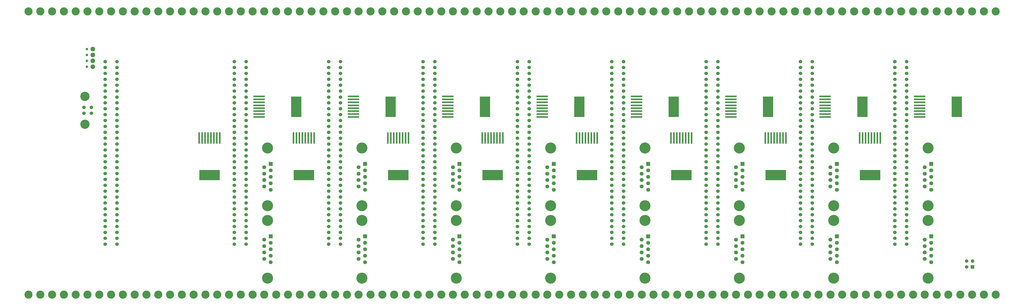
<source format=gbr>
%FSTAX23Y23*%
%MOIN*%
%SFA1B1*%

%IPPOS*%
%ADD12C,0.060000*%
%ADD13C,0.157480*%
%ADD14C,0.137795*%
%ADD15C,0.187401*%
%ADD16R,0.066535X0.066535*%
%ADD17C,0.066535*%
%ADD18C,0.043307*%
%ADD19C,0.078740*%
%ADD20R,0.059055X0.059055*%
%ADD21C,0.059055*%
%ADD24R,0.346456X0.177165*%
%ADD25R,0.029921X0.196850*%
%ADD26R,0.177165X0.346456*%
%ADD27R,0.196850X0.029921*%
%LNbackplane_pads_bot-1*%
%LPD*%
G54D12*
X0287Y0531D03*
Y05409D03*
X02996D03*
Y0531D03*
X1682Y06185D03*
Y06085D03*
Y05985D03*
Y05885D03*
Y05785D03*
Y05685D03*
Y05584D03*
Y05485D03*
Y05385D03*
Y05285D03*
Y05185D03*
Y05085D03*
Y04985D03*
Y04885D03*
Y04785D03*
Y04685D03*
Y04585D03*
Y04485D03*
Y04385D03*
Y04285D03*
Y04185D03*
Y04085D03*
Y03985D03*
Y03885D03*
Y03785D03*
Y03685D03*
Y03585D03*
Y03485D03*
Y03385D03*
Y03285D03*
Y03185D03*
Y03085D03*
X1662Y06185D03*
Y06085D03*
Y05985D03*
Y05885D03*
Y05785D03*
Y05685D03*
Y05584D03*
Y05485D03*
Y05385D03*
Y05285D03*
Y05185D03*
Y05085D03*
Y04985D03*
Y04885D03*
Y04785D03*
Y04685D03*
Y04585D03*
Y04485D03*
Y04385D03*
Y04285D03*
Y04185D03*
Y04085D03*
Y03985D03*
Y03885D03*
Y03785D03*
Y03685D03*
Y03585D03*
Y03485D03*
Y03385D03*
Y03285D03*
Y03185D03*
Y03085D03*
X1522Y06185D03*
Y06085D03*
Y05985D03*
Y05885D03*
Y05785D03*
Y05685D03*
Y05584D03*
Y05485D03*
Y05385D03*
Y05285D03*
Y05185D03*
Y05085D03*
Y04985D03*
Y04885D03*
Y04785D03*
Y04685D03*
Y04585D03*
Y04485D03*
Y04385D03*
Y04285D03*
Y04185D03*
Y04085D03*
Y03985D03*
Y03885D03*
Y03785D03*
Y03685D03*
Y03585D03*
Y03485D03*
Y03385D03*
Y03285D03*
Y03185D03*
Y03085D03*
X1502Y06185D03*
Y06085D03*
Y05985D03*
Y05885D03*
Y05785D03*
Y05685D03*
Y05584D03*
Y05485D03*
Y05385D03*
Y05285D03*
Y05185D03*
Y05085D03*
Y04985D03*
Y04885D03*
Y04785D03*
Y04685D03*
Y04585D03*
Y04485D03*
Y04385D03*
Y04285D03*
Y04185D03*
Y04085D03*
Y03985D03*
Y03885D03*
Y03785D03*
Y03685D03*
Y03585D03*
Y03485D03*
Y03385D03*
Y03285D03*
Y03185D03*
Y03085D03*
X1362Y06185D03*
Y06085D03*
Y05985D03*
Y05885D03*
Y05785D03*
Y05685D03*
Y05584D03*
Y05485D03*
Y05385D03*
Y05285D03*
Y05185D03*
Y05085D03*
Y04985D03*
Y04885D03*
Y04785D03*
Y04685D03*
Y04585D03*
Y04485D03*
Y04385D03*
Y04285D03*
Y04185D03*
Y04085D03*
Y03985D03*
Y03885D03*
Y03785D03*
Y03685D03*
Y03585D03*
Y03485D03*
Y03385D03*
Y03285D03*
Y03185D03*
Y03085D03*
X1342Y06185D03*
Y06085D03*
Y05985D03*
Y05885D03*
Y05785D03*
Y05685D03*
Y05584D03*
Y05485D03*
Y05385D03*
Y05285D03*
Y05185D03*
Y05085D03*
Y04985D03*
Y04885D03*
Y04785D03*
Y04685D03*
Y04585D03*
Y04485D03*
Y04385D03*
Y04285D03*
Y04185D03*
Y04085D03*
Y03985D03*
Y03885D03*
Y03785D03*
Y03685D03*
Y03585D03*
Y03485D03*
Y03385D03*
Y03285D03*
Y03185D03*
Y03085D03*
X1202Y06185D03*
Y06085D03*
Y05985D03*
Y05885D03*
Y05785D03*
Y05685D03*
Y05584D03*
Y05485D03*
Y05385D03*
Y05285D03*
Y05185D03*
Y05085D03*
Y04985D03*
Y04885D03*
Y04785D03*
Y04685D03*
Y04585D03*
Y04485D03*
Y04385D03*
Y04285D03*
Y04185D03*
Y04085D03*
Y03985D03*
Y03885D03*
Y03785D03*
Y03685D03*
Y03585D03*
Y03485D03*
Y03385D03*
Y03285D03*
Y03185D03*
Y03085D03*
X1182Y06185D03*
Y06085D03*
Y05985D03*
Y05885D03*
Y05785D03*
Y05685D03*
Y05584D03*
Y05485D03*
Y05385D03*
Y05285D03*
Y05185D03*
Y05085D03*
Y04985D03*
Y04885D03*
Y04785D03*
Y04685D03*
Y04585D03*
Y04485D03*
Y04385D03*
Y04285D03*
Y04185D03*
Y04085D03*
Y03985D03*
Y03885D03*
Y03785D03*
Y03685D03*
Y03585D03*
Y03485D03*
Y03385D03*
Y03285D03*
Y03185D03*
Y03085D03*
X1042Y06185D03*
Y06085D03*
Y05985D03*
Y05885D03*
Y05785D03*
Y05685D03*
Y05584D03*
Y05485D03*
Y05385D03*
Y05285D03*
Y05185D03*
Y05085D03*
Y04985D03*
Y04885D03*
Y04785D03*
Y04685D03*
Y04585D03*
Y04485D03*
Y04385D03*
Y04285D03*
Y04185D03*
Y04085D03*
Y03985D03*
Y03885D03*
Y03785D03*
Y03685D03*
Y03585D03*
Y03485D03*
Y03385D03*
Y03285D03*
Y03185D03*
Y03085D03*
X1022Y06185D03*
Y06085D03*
Y05985D03*
Y05885D03*
Y05785D03*
Y05685D03*
Y05584D03*
Y05485D03*
Y05385D03*
Y05285D03*
Y05185D03*
Y05085D03*
Y04985D03*
Y04885D03*
Y04785D03*
Y04685D03*
Y04585D03*
Y04485D03*
Y04385D03*
Y04285D03*
Y04185D03*
Y04085D03*
Y03985D03*
Y03885D03*
Y03785D03*
Y03685D03*
Y03585D03*
Y03485D03*
Y03385D03*
Y03285D03*
Y03185D03*
Y03085D03*
X0882Y06185D03*
Y06085D03*
Y05985D03*
Y05885D03*
Y05785D03*
Y05685D03*
Y05584D03*
Y05485D03*
Y05385D03*
Y05285D03*
Y05185D03*
Y05085D03*
Y04985D03*
Y04885D03*
Y04785D03*
Y04685D03*
Y04585D03*
Y04485D03*
Y04385D03*
Y04285D03*
Y04185D03*
Y04085D03*
Y03985D03*
Y03885D03*
Y03785D03*
Y03685D03*
Y03585D03*
Y03485D03*
Y03385D03*
Y03285D03*
Y03185D03*
Y03085D03*
X0862Y06185D03*
Y06085D03*
Y05985D03*
Y05885D03*
Y05785D03*
Y05685D03*
Y05584D03*
Y05485D03*
Y05385D03*
Y05285D03*
Y05185D03*
Y05085D03*
Y04985D03*
Y04885D03*
Y04785D03*
Y04685D03*
Y04585D03*
Y04485D03*
Y04385D03*
Y04285D03*
Y04185D03*
Y04085D03*
Y03985D03*
Y03885D03*
Y03785D03*
Y03685D03*
Y03585D03*
Y03485D03*
Y03385D03*
Y03285D03*
Y03185D03*
Y03085D03*
X0722Y06185D03*
Y06085D03*
Y05985D03*
Y05885D03*
Y05785D03*
Y05685D03*
Y05584D03*
Y05485D03*
Y05385D03*
Y05285D03*
Y05185D03*
Y05085D03*
Y04985D03*
Y04885D03*
Y04785D03*
Y04685D03*
Y04585D03*
Y04485D03*
Y04385D03*
Y04285D03*
Y04185D03*
Y04085D03*
Y03985D03*
Y03885D03*
Y03785D03*
Y03685D03*
Y03585D03*
Y03485D03*
Y03385D03*
Y03285D03*
Y03185D03*
Y03085D03*
X0702Y06185D03*
Y06085D03*
Y05985D03*
Y05885D03*
Y05785D03*
Y05685D03*
Y05584D03*
Y05485D03*
Y05385D03*
Y05285D03*
Y05185D03*
Y05085D03*
Y04985D03*
Y04885D03*
Y04785D03*
Y04685D03*
Y04585D03*
Y04485D03*
Y04385D03*
Y04285D03*
Y04185D03*
Y04085D03*
Y03985D03*
Y03885D03*
Y03785D03*
Y03685D03*
Y03585D03*
Y03485D03*
Y03385D03*
Y03285D03*
Y03185D03*
Y03085D03*
X0343Y06185D03*
Y06085D03*
Y05985D03*
Y05885D03*
Y05785D03*
Y05685D03*
Y05584D03*
Y05485D03*
Y05385D03*
Y05285D03*
Y05185D03*
Y05085D03*
Y04985D03*
Y04885D03*
Y04785D03*
Y04685D03*
Y04585D03*
Y04485D03*
Y04385D03*
Y04285D03*
Y04185D03*
Y04085D03*
Y03985D03*
Y03885D03*
Y03785D03*
Y03685D03*
Y03585D03*
Y03485D03*
Y03385D03*
Y03285D03*
Y03185D03*
Y03085D03*
X0323Y06185D03*
Y06085D03*
Y05985D03*
Y05885D03*
Y05785D03*
Y05685D03*
Y05584D03*
Y05485D03*
Y05385D03*
Y05285D03*
Y05185D03*
Y05085D03*
Y04985D03*
Y04885D03*
Y04785D03*
Y04685D03*
Y04585D03*
Y04485D03*
Y04385D03*
Y04285D03*
Y04185D03*
Y04085D03*
Y03985D03*
Y03885D03*
Y03785D03*
Y03685D03*
Y03585D03*
Y03485D03*
Y03385D03*
Y03285D03*
Y03185D03*
Y03085D03*
X0562Y06185D03*
Y06085D03*
Y05985D03*
Y05885D03*
Y05785D03*
Y05685D03*
Y05584D03*
Y05485D03*
Y05385D03*
Y05285D03*
Y05185D03*
Y05085D03*
Y04985D03*
Y04885D03*
Y04785D03*
Y04685D03*
Y04585D03*
Y04485D03*
Y04385D03*
Y04285D03*
Y04185D03*
Y04085D03*
Y03985D03*
Y03885D03*
Y03785D03*
Y03685D03*
Y03585D03*
Y03485D03*
Y03385D03*
Y03285D03*
Y03185D03*
Y03085D03*
X0542Y06185D03*
Y06085D03*
Y05985D03*
Y05885D03*
Y05785D03*
Y05685D03*
Y05584D03*
Y05485D03*
Y05385D03*
Y05285D03*
Y05185D03*
Y05085D03*
Y04985D03*
Y04885D03*
Y04785D03*
Y04685D03*
Y04585D03*
Y04485D03*
Y04385D03*
Y04285D03*
Y04185D03*
Y04085D03*
Y03985D03*
Y03885D03*
Y03785D03*
Y03685D03*
Y03585D03*
Y03485D03*
Y03385D03*
Y03285D03*
Y03185D03*
Y03085D03*
G54D13*
X02889Y05597D03*
Y05122D03*
G54D14*
X0533Y02229D03*
X0553D03*
X0513D03*
X0453D03*
X0493D03*
X0473D03*
X0393D03*
X0433D03*
X0413D03*
X0233D03*
X0253D03*
X0213D03*
X0293D03*
X0313D03*
X0273D03*
X0333D03*
X0373D03*
X0353D03*
X0193D03*
X0553Y07041D03*
X0533D03*
X0493D03*
X0513D03*
X0433D03*
X0413D03*
X0453D03*
X0473D03*
X0313D03*
X0293D03*
X0253D03*
X0273D03*
X0353D03*
X0333D03*
X0373D03*
X0393D03*
X0193D03*
X0213D03*
X0233D03*
X0573Y02229D03*
Y07041D03*
X0613D03*
X05929D03*
X0653D03*
X0633D03*
X05929Y02229D03*
X0613D03*
X0633D03*
X0653D03*
X0673Y07041D03*
X0693D03*
X0713D03*
X0733D03*
X07529D03*
X0773D03*
X0793D03*
X0813D03*
X0833D03*
X0853D03*
X0873D03*
X0893D03*
X09129D03*
X09329D03*
X0953D03*
X0973D03*
X0993D03*
X1013D03*
X10329D03*
X1053D03*
X10729D03*
X1093D03*
X1113D03*
X1133D03*
X1153D03*
X11729D03*
X1193D03*
X12129D03*
X1233D03*
X12529D03*
X1273D03*
X1293D03*
X1313D03*
X1333D03*
X13529D03*
X1373D03*
X13929D03*
X1413D03*
X14329D03*
X1453D03*
X1473D03*
X14929D03*
X1513D03*
X15329D03*
X1553D03*
X15729D03*
X1593D03*
X1613D03*
X1633D03*
X1653D03*
X16729D03*
X1693D03*
X17129D03*
X1733D03*
X17529D03*
X1773D03*
X1793D03*
X0673Y02229D03*
X0693D03*
X0713D03*
X0733D03*
X07529D03*
X0773D03*
X0793D03*
X0813D03*
X0833D03*
X0853D03*
X0873D03*
X0893D03*
X09129D03*
X09329D03*
X0953D03*
X0973D03*
X0993D03*
X1013D03*
X10329D03*
X1053D03*
X10729D03*
X1093D03*
X1113D03*
X1133D03*
X1153D03*
X11729D03*
X1193D03*
X12129D03*
X1233D03*
X12529D03*
X1273D03*
X1293D03*
X1313D03*
X1333D03*
X13529D03*
X1373D03*
X13929D03*
X1413D03*
X14329D03*
X1453D03*
X1473D03*
X14929D03*
X1513D03*
X15329D03*
X1553D03*
X15729D03*
X1593D03*
X1613D03*
X1633D03*
X1653D03*
X16729D03*
X1693D03*
X17129D03*
X1733D03*
X17529D03*
X1773D03*
X1793D03*
X1813Y07041D03*
X1833D03*
Y0223D03*
X1813D03*
G54D15*
X05984Y02508D03*
Y03491D03*
Y03738D03*
Y04721D03*
X07584Y02508D03*
Y03491D03*
X09184Y02508D03*
Y03491D03*
X10784Y02508D03*
Y03491D03*
X12384Y02508D03*
Y03491D03*
X13984Y02508D03*
Y03491D03*
X15584Y02508D03*
Y03491D03*
X17184Y02508D03*
Y03491D03*
Y03738D03*
Y04721D03*
X15584Y03738D03*
Y04721D03*
X13984Y03738D03*
Y04721D03*
X12384Y03738D03*
Y04721D03*
X10784Y03738D03*
Y04721D03*
X09184Y03738D03*
Y04721D03*
X07584Y03738D03*
Y04721D03*
G54D16*
X06039Y03218D03*
Y04448D03*
X07639Y03218D03*
X09239D03*
X10839D03*
X12439D03*
X14039D03*
X15639D03*
X17239D03*
Y04448D03*
X15639D03*
X14039D03*
X12439D03*
X10839D03*
X09239D03*
X07639D03*
G54D17*
X05928Y03163D03*
X06039Y03109D03*
X05928Y03054D03*
X06039Y03D03*
X05928Y02945D03*
X06039Y0289D03*
X05928Y02836D03*
X06039Y02781D03*
X05928Y04393D03*
X06039Y04339D03*
X05928Y04284D03*
X06039Y0423D03*
X05928Y04175D03*
X06039Y0412D03*
X05928Y04066D03*
X06039Y04011D03*
X07528Y03163D03*
X07639Y03109D03*
X07528Y03054D03*
X07639Y03D03*
X07528Y02945D03*
X07639Y0289D03*
X07528Y02836D03*
X07639Y02781D03*
X09128Y03163D03*
X09239Y03109D03*
X09128Y03054D03*
X09239Y03D03*
X09128Y02945D03*
X09239Y0289D03*
X09128Y02836D03*
X09239Y02781D03*
X10728Y03163D03*
X10839Y03109D03*
X10728Y03054D03*
X10839Y03D03*
X10728Y02945D03*
X10839Y0289D03*
X10728Y02836D03*
X10839Y02781D03*
X12328Y03163D03*
X12439Y03109D03*
X12328Y03054D03*
X12439Y03D03*
X12328Y02945D03*
X12439Y0289D03*
X12328Y02836D03*
X12439Y02781D03*
X13928Y03163D03*
X14039Y03109D03*
X13928Y03054D03*
X14039Y03D03*
X13928Y02945D03*
X14039Y0289D03*
X13928Y02836D03*
X14039Y02781D03*
X15528Y03163D03*
X15639Y03109D03*
X15528Y03054D03*
X15639Y03D03*
X15528Y02945D03*
X15639Y0289D03*
X15528Y02836D03*
X15639Y02781D03*
X17128Y03163D03*
X17239Y03109D03*
X17128Y03054D03*
X17239Y03D03*
X17128Y02945D03*
X17239Y0289D03*
X17128Y02836D03*
X17239Y02781D03*
X17128Y04393D03*
X17239Y04339D03*
X17128Y04284D03*
X17239Y0423D03*
X17128Y04175D03*
X17239Y0412D03*
X17128Y04066D03*
X17239Y04011D03*
X15528Y04393D03*
X15639Y04339D03*
X15528Y04284D03*
X15639Y0423D03*
X15528Y04175D03*
X15639Y0412D03*
X15528Y04066D03*
X15639Y04011D03*
X13928Y04393D03*
X14039Y04339D03*
X13928Y04284D03*
X14039Y0423D03*
X13928Y04175D03*
X14039Y0412D03*
X13928Y04066D03*
X14039Y04011D03*
X12328Y04393D03*
X12439Y04339D03*
X12328Y04284D03*
X12439Y0423D03*
X12328Y04175D03*
X12439Y0412D03*
X12328Y04066D03*
X12439Y04011D03*
X10728Y04393D03*
X10839Y04339D03*
X10728Y04284D03*
X10839Y0423D03*
X10728Y04175D03*
X10839Y0412D03*
X10728Y04066D03*
X10839Y04011D03*
X09128Y04393D03*
X09239Y04339D03*
X09128Y04284D03*
X09239Y0423D03*
X09128Y04175D03*
X09239Y0412D03*
X09128Y04066D03*
X09239Y04011D03*
X07528Y04393D03*
X07639Y04339D03*
X07528Y04284D03*
X07639Y0423D03*
X07528Y04175D03*
X07639Y0412D03*
X07528Y04066D03*
X07639Y04011D03*
G54D18*
X0292Y061D03*
Y064D03*
Y063D03*
Y062D03*
G54D19*
X0302Y061D03*
Y064D03*
Y063D03*
Y062D03*
G54D20*
X17939Y027D03*
G54D21*
X17839Y027D03*
X17939Y028D03*
X17839D03*
G54D24*
X162Y04258D03*
X146D03*
X13D03*
X114D03*
X098D03*
X082D03*
X066D03*
X05D03*
G54D25*
X16374Y0489D03*
X16325D03*
X16275D03*
X16224D03*
X16175D03*
X16125D03*
X16074D03*
X16025D03*
X14775D03*
X14725D03*
X14675D03*
X14625D03*
X14574D03*
X14525D03*
X14475D03*
X14424D03*
X13174D03*
X13125D03*
X13075D03*
X13024D03*
X12975D03*
X12925D03*
X12874D03*
X12825D03*
X11575D03*
X11524D03*
X11475D03*
X11425D03*
X11374D03*
X11325D03*
X11275D03*
X11224D03*
X09975D03*
X09925D03*
X09875D03*
X09824D03*
X09775D03*
X09725D03*
X09675D03*
X09625D03*
X08375D03*
X08325D03*
X08275D03*
X08224D03*
X08175D03*
X08125D03*
X08075D03*
X08025D03*
X06775D03*
X06725D03*
X06675D03*
X06624D03*
X06575D03*
X06525D03*
X06475D03*
X06425D03*
X05175D03*
X05125D03*
X05075D03*
X05025D03*
X04975D03*
X04925D03*
X04875D03*
X04825D03*
G54D26*
X17671Y0542D03*
X16071D03*
X14471D03*
X12871D03*
X11271D03*
X09671D03*
X08071D03*
X06471D03*
G54D27*
X1704Y05595D03*
Y05545D03*
Y05495D03*
Y05444D03*
Y05395D03*
Y05345D03*
Y05295D03*
Y05245D03*
X15439Y05595D03*
Y05545D03*
Y05495D03*
Y05444D03*
Y05395D03*
Y05345D03*
Y05295D03*
Y05245D03*
X1384Y05595D03*
Y05545D03*
Y05495D03*
Y05444D03*
Y05395D03*
Y05345D03*
Y05295D03*
Y05245D03*
X1224Y05595D03*
Y05545D03*
Y05495D03*
Y05444D03*
Y05395D03*
Y05345D03*
Y05295D03*
Y05245D03*
X1064Y05595D03*
Y05545D03*
Y05495D03*
Y05444D03*
Y05395D03*
Y05345D03*
Y05295D03*
Y05245D03*
X0904Y05595D03*
Y05545D03*
Y05495D03*
Y05444D03*
Y05395D03*
Y05345D03*
Y05295D03*
Y05245D03*
X0744Y05595D03*
Y05545D03*
Y05495D03*
Y05444D03*
Y05395D03*
Y05345D03*
Y05295D03*
Y05245D03*
X0584Y05595D03*
Y05545D03*
Y05495D03*
Y05444D03*
Y05395D03*
Y05345D03*
Y05295D03*
Y05245D03*
M02*
</source>
